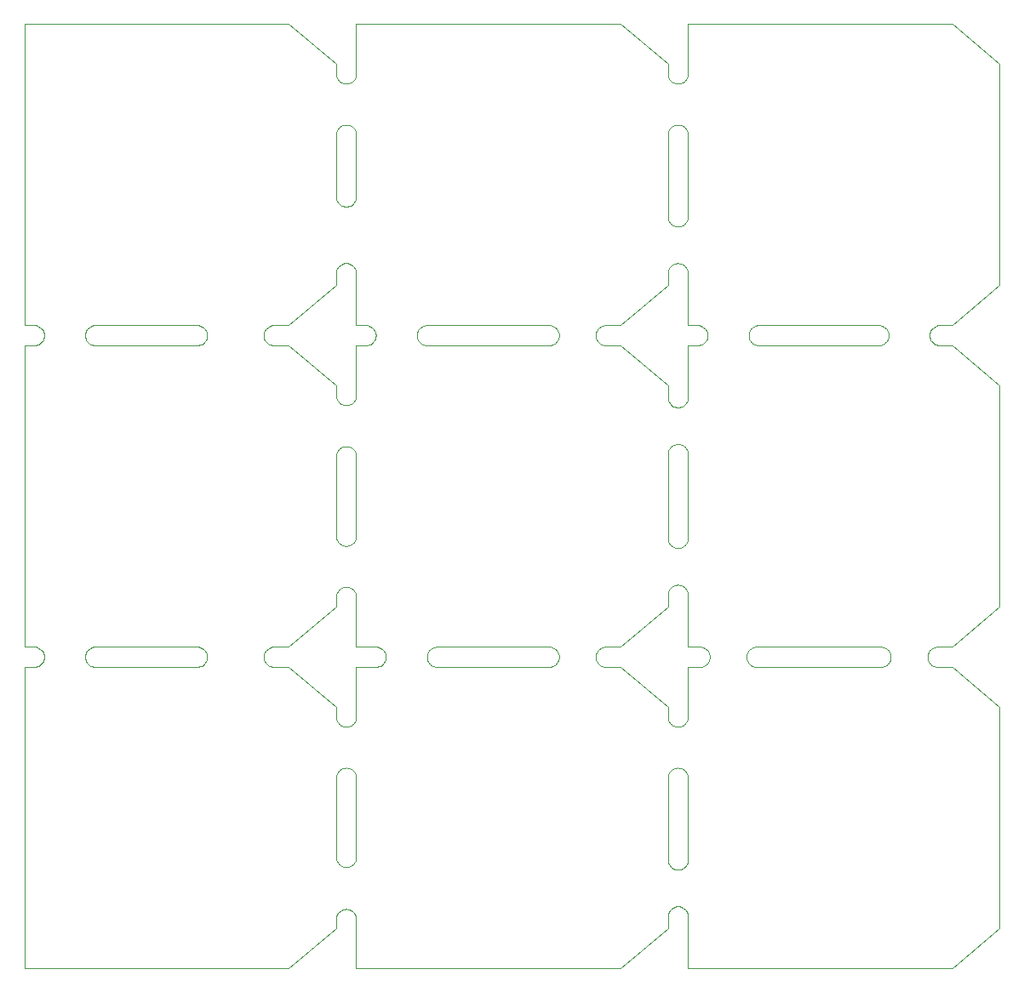
<source format=gko>
%MOIN*%
%OFA0B0*%
%FSLAX36Y36*%
%IPPOS*%
%LPD*%
%ADD10C,0*%
D10*
X001299212Y000746467D02*
X001299212Y000746467D01*
X001299212Y000436368D01*
X001299091Y000433279D01*
X001298727Y000430209D01*
X001298124Y000427177D01*
X001297285Y000424202D01*
X001296215Y000421302D01*
X001294921Y000418494D01*
X001293411Y000415797D01*
X001291693Y000413227D01*
X001289779Y000410799D01*
X001287681Y000408529D01*
X001285411Y000406431D01*
X001282983Y000404517D01*
X001280413Y000402799D01*
X001277716Y000401289D01*
X001274908Y000399995D01*
X001272008Y000398925D01*
X001269033Y000398086D01*
X001266001Y000397482D01*
X001262931Y000397119D01*
X001259842Y000396998D01*
X001256753Y000397119D01*
X001253683Y000397482D01*
X001250651Y000398086D01*
X001247676Y000398925D01*
X001244776Y000399995D01*
X001241968Y000401289D01*
X001239271Y000402799D01*
X001236701Y000404517D01*
X001234273Y000406431D01*
X001232003Y000408529D01*
X001229905Y000410799D01*
X001227991Y000413227D01*
X001226274Y000415797D01*
X001224763Y000418494D01*
X001223469Y000421302D01*
X001222399Y000424202D01*
X001221560Y000427177D01*
X001220957Y000430209D01*
X001220593Y000433279D01*
X001220472Y000436368D01*
X001220472Y000746467D01*
X001220593Y000749555D01*
X001220957Y000752625D01*
X001221560Y000755657D01*
X001222399Y000758633D01*
X001223469Y000761533D01*
X001224763Y000764340D01*
X001226274Y000767037D01*
X001227991Y000769608D01*
X001229905Y000772035D01*
X001232003Y000774305D01*
X001234273Y000776404D01*
X001236701Y000778318D01*
X001239271Y000780035D01*
X001241968Y000781546D01*
X001244776Y000782840D01*
X001247676Y000783910D01*
X001250651Y000784749D01*
X001253683Y000785352D01*
X001256753Y000785715D01*
X001259842Y000785837D01*
X001262931Y000785715D01*
X001266001Y000785352D01*
X001269033Y000784749D01*
X001272008Y000783910D01*
X001274908Y000782840D01*
X001277716Y000781546D01*
X001280413Y000780035D01*
X001282983Y000778318D01*
X001285411Y000776404D01*
X001287681Y000774305D01*
X001289779Y000772035D01*
X001291693Y000769608D01*
X001293411Y000767037D01*
X001294921Y000764340D01*
X001296215Y000761533D01*
X001297285Y000758633D01*
X001298124Y000755657D01*
X001298727Y000752625D01*
X001299091Y000749555D01*
X001299212Y000746467D01*
X001220472Y002285433D02*
X001220472Y002285433D01*
X001035433Y002440944D01*
X000976885Y002440944D01*
X000976885Y002440944D01*
X000970726Y002441429D01*
X000964719Y002442871D01*
X000959011Y002445235D01*
X000953744Y002448463D01*
X000949046Y002452476D01*
X000945034Y002457173D01*
X000941806Y002462441D01*
X000939442Y002468148D01*
X000938000Y002474156D01*
X000937515Y002480314D01*
X000938000Y002486473D01*
X000939442Y002492480D01*
X000941806Y002498188D01*
X000945034Y002503456D01*
X000949046Y002508153D01*
X000953744Y002512166D01*
X000959011Y002515393D01*
X000964719Y002517758D01*
X000970726Y002519200D01*
X000976885Y002519685D01*
X001035433Y002519685D01*
X001220472Y002677165D01*
X001220472Y002723901D01*
X001220957Y002730060D01*
X001222399Y002736067D01*
X001224763Y002741775D01*
X001227991Y002747043D01*
X001232003Y002751740D01*
X001236701Y002755753D01*
X001241968Y002758980D01*
X001247676Y002761345D01*
X001253683Y002762787D01*
X001259842Y002763272D01*
X001266001Y002762787D01*
X001272008Y002761345D01*
X001277716Y002758980D01*
X001282983Y002755753D01*
X001287681Y002751740D01*
X001291693Y002747043D01*
X001294921Y002741775D01*
X001297285Y002736067D01*
X001298727Y002730060D01*
X001299212Y002723901D01*
X001299212Y002723901D01*
X001299212Y002519685D01*
X001337018Y002519685D01*
X001343177Y002519200D01*
X001349184Y002517758D01*
X001354891Y002515393D01*
X001360159Y002512166D01*
X001364857Y002508153D01*
X001368869Y002503456D01*
X001372097Y002498188D01*
X001374461Y002492480D01*
X001375903Y002486473D01*
X001376388Y002480314D01*
X001375903Y002474156D01*
X001374461Y002468148D01*
X001372097Y002462441D01*
X001368869Y002457173D01*
X001364857Y002452476D01*
X001360159Y002448463D01*
X001354891Y002445235D01*
X001349184Y002442871D01*
X001343177Y002441429D01*
X001337018Y002440944D01*
X001337018Y002440944D01*
X001299212Y002440944D01*
X001299212Y002245658D01*
X001299091Y002242569D01*
X001298727Y002239500D01*
X001298124Y002236468D01*
X001297285Y002233492D01*
X001296215Y002230592D01*
X001294921Y002227785D01*
X001293411Y002225088D01*
X001291693Y002222517D01*
X001289779Y002220090D01*
X001287681Y002217820D01*
X001285411Y002215721D01*
X001282983Y002213807D01*
X001280413Y002212090D01*
X001277716Y002210579D01*
X001274908Y002209285D01*
X001272008Y002208215D01*
X001269033Y002207376D01*
X001266001Y002206773D01*
X001262931Y002206410D01*
X001259842Y002206288D01*
X001256753Y002206410D01*
X001253683Y002206773D01*
X001250651Y002207376D01*
X001247676Y002208215D01*
X001244776Y002209285D01*
X001241968Y002210579D01*
X001239271Y002212090D01*
X001236701Y002213807D01*
X001234273Y002215721D01*
X001232003Y002217820D01*
X001229905Y002220090D01*
X001227991Y002222517D01*
X001226274Y002225088D01*
X001224763Y002227785D01*
X001223469Y002230592D01*
X001222399Y002233492D01*
X001221560Y002236468D01*
X001220957Y002239500D01*
X001220593Y002242569D01*
X001220472Y002245658D01*
X001220472Y002285433D01*
X001220472Y001025590D02*
X001220472Y001025590D01*
X001035433Y001181102D01*
X000976885Y001181102D01*
X000976885Y001181102D01*
X000970726Y001181587D01*
X000964719Y001183029D01*
X000959011Y001185393D01*
X000953744Y001188621D01*
X000949046Y001192633D01*
X000945034Y001197331D01*
X000941806Y001202598D01*
X000939442Y001208306D01*
X000938000Y001214313D01*
X000937515Y001220472D01*
X000938000Y001226631D01*
X000939442Y001232638D01*
X000941806Y001238346D01*
X000945034Y001243613D01*
X000949046Y001248311D01*
X000953744Y001252323D01*
X000959011Y001255551D01*
X000964719Y001257915D01*
X000970726Y001259357D01*
X000976885Y001259842D01*
X001035433Y001259842D01*
X001220472Y001417322D01*
X001220472Y001455128D01*
X001220593Y001458217D01*
X001220957Y001461287D01*
X001221560Y001464319D01*
X001222399Y001467294D01*
X001223469Y001470194D01*
X001224763Y001473002D01*
X001226274Y001475699D01*
X001227991Y001478269D01*
X001229905Y001480697D01*
X001232003Y001482967D01*
X001234273Y001485065D01*
X001236701Y001486979D01*
X001239271Y001488696D01*
X001241968Y001490207D01*
X001244776Y001491501D01*
X001247676Y001492571D01*
X001250651Y001493410D01*
X001253683Y001494013D01*
X001256753Y001494377D01*
X001259842Y001494498D01*
X001262931Y001494377D01*
X001266001Y001494013D01*
X001269033Y001493410D01*
X001272008Y001492571D01*
X001274908Y001491501D01*
X001277716Y001490207D01*
X001280413Y001488696D01*
X001282983Y001486979D01*
X001285411Y001485065D01*
X001287681Y001482967D01*
X001289779Y001480697D01*
X001291693Y001478269D01*
X001293411Y001475699D01*
X001294921Y001473002D01*
X001296215Y001470194D01*
X001297285Y001467294D01*
X001298124Y001464319D01*
X001298727Y001461287D01*
X001299091Y001458217D01*
X001299212Y001455128D01*
X001299212Y001259842D01*
X001376388Y001259842D01*
X001382547Y001259357D01*
X001388554Y001257915D01*
X001394261Y001255551D01*
X001399529Y001252323D01*
X001404227Y001248311D01*
X001408239Y001243613D01*
X001411467Y001238346D01*
X001413831Y001232638D01*
X001415273Y001226631D01*
X001415758Y001220472D01*
X001415273Y001214313D01*
X001413831Y001208306D01*
X001411467Y001202598D01*
X001408239Y001197331D01*
X001404227Y001192633D01*
X001399529Y001188621D01*
X001394261Y001185393D01*
X001388554Y001183029D01*
X001382547Y001181587D01*
X001376388Y001181102D01*
X001376388Y001181102D01*
X001299212Y001181102D01*
X001299212Y000985816D01*
X001299091Y000982727D01*
X001298727Y000979657D01*
X001298124Y000976625D01*
X001297285Y000973650D01*
X001296215Y000970750D01*
X001294921Y000967942D01*
X001293411Y000965245D01*
X001291693Y000962675D01*
X001289779Y000960247D01*
X001287681Y000957977D01*
X001285411Y000955879D01*
X001282983Y000953965D01*
X001280413Y000952247D01*
X001277716Y000950737D01*
X001274908Y000949443D01*
X001272008Y000948373D01*
X001269033Y000947534D01*
X001266001Y000946931D01*
X001262931Y000946567D01*
X001259842Y000946446D01*
X001256753Y000946567D01*
X001253683Y000946931D01*
X001250651Y000947534D01*
X001247676Y000948373D01*
X001244776Y000949443D01*
X001241968Y000950737D01*
X001239271Y000952247D01*
X001236701Y000953965D01*
X001234273Y000955879D01*
X001232003Y000957977D01*
X001229905Y000960247D01*
X001227991Y000962675D01*
X001226274Y000965245D01*
X001224763Y000967942D01*
X001223469Y000970750D01*
X001222399Y000973650D01*
X001221560Y000976625D01*
X001220957Y000979657D01*
X001220593Y000982727D01*
X001220472Y000985816D01*
X001220472Y001025590D01*
X002867260Y001181102D02*
X002867260Y001181102D01*
X002864171Y001181223D01*
X002861102Y001181587D01*
X002858070Y001182190D01*
X002855094Y001183029D01*
X002852194Y001184099D01*
X002849387Y001185393D01*
X002846690Y001186903D01*
X002844119Y001188621D01*
X002841692Y001190535D01*
X002839422Y001192633D01*
X002837323Y001194903D01*
X002835409Y001197331D01*
X002833692Y001199901D01*
X002832181Y001202598D01*
X002830887Y001205406D01*
X002829817Y001208306D01*
X002828978Y001211281D01*
X002828375Y001214313D01*
X002828012Y001217383D01*
X002827890Y001220472D01*
X002828012Y001223561D01*
X002828375Y001226631D01*
X002828978Y001229663D01*
X002829817Y001232638D01*
X002830887Y001235538D01*
X002832181Y001238346D01*
X002833692Y001241043D01*
X002835409Y001243613D01*
X002837323Y001246041D01*
X002839422Y001248311D01*
X002841692Y001250409D01*
X002844119Y001252323D01*
X002846690Y001254040D01*
X002849387Y001255551D01*
X002852194Y001256845D01*
X002855094Y001257915D01*
X002858070Y001258754D01*
X002861102Y001259357D01*
X002864171Y001259721D01*
X002867260Y001259842D01*
X003353211Y001259842D01*
X003356300Y001259721D01*
X003359370Y001259357D01*
X003362402Y001258754D01*
X003365377Y001257915D01*
X003368277Y001256845D01*
X003371085Y001255551D01*
X003373782Y001254040D01*
X003376352Y001252323D01*
X003378780Y001250409D01*
X003381050Y001248311D01*
X003383148Y001246041D01*
X003385062Y001243613D01*
X003386780Y001241043D01*
X003388290Y001238346D01*
X003389584Y001235538D01*
X003390654Y001232638D01*
X003391493Y001229663D01*
X003392096Y001226631D01*
X003392460Y001223561D01*
X003392581Y001220472D01*
X003392460Y001217383D01*
X003392096Y001214313D01*
X003391493Y001211281D01*
X003390654Y001208306D01*
X003389584Y001205406D01*
X003388290Y001202598D01*
X003386780Y001199901D01*
X003385062Y001197331D01*
X003383148Y001194903D01*
X003381050Y001192633D01*
X003378780Y001190535D01*
X003376352Y001188621D01*
X003373782Y001186903D01*
X003371085Y001185393D01*
X003368277Y001184099D01*
X003365377Y001183029D01*
X003362402Y001182190D01*
X003359370Y001181587D01*
X003356300Y001181223D01*
X003353211Y001181102D01*
X002867260Y001181102D01*
X002519685Y001463447D02*
X002519685Y001463447D01*
X002519806Y001466536D01*
X002520169Y001469606D01*
X002520772Y001472638D01*
X002521611Y001475613D01*
X002522681Y001478514D01*
X002523976Y001481321D01*
X002525486Y001484018D01*
X002527204Y001486588D01*
X002529117Y001489016D01*
X002531216Y001491286D01*
X002533486Y001493384D01*
X002535913Y001495298D01*
X002538484Y001497016D01*
X002541181Y001498526D01*
X002543988Y001499820D01*
X002546889Y001500890D01*
X002549864Y001501730D01*
X002552896Y001502333D01*
X002555966Y001502696D01*
X002559055Y001502817D01*
X002562144Y001502696D01*
X002565213Y001502333D01*
X002568245Y001501730D01*
X002571221Y001500890D01*
X002574121Y001499820D01*
X002576928Y001498526D01*
X002579625Y001497016D01*
X002582196Y001495298D01*
X002584623Y001493384D01*
X002586893Y001491286D01*
X002588992Y001489016D01*
X002590906Y001486588D01*
X002592623Y001484018D01*
X002594134Y001481321D01*
X002595428Y001478514D01*
X002596498Y001475613D01*
X002597337Y001472638D01*
X002597940Y001469606D01*
X002598303Y001466536D01*
X002598425Y001463447D01*
X002598425Y001259842D01*
X002644550Y001259842D01*
X002647639Y001259721D01*
X002650708Y001259357D01*
X002653740Y001258754D01*
X002656716Y001257915D01*
X002659616Y001256845D01*
X002662423Y001255551D01*
X002665120Y001254040D01*
X002667691Y001252323D01*
X002670118Y001250409D01*
X002672388Y001248311D01*
X002674487Y001246041D01*
X002676401Y001243613D01*
X002678118Y001241043D01*
X002679629Y001238346D01*
X002680923Y001235538D01*
X002681993Y001232638D01*
X002682832Y001229663D01*
X002683435Y001226631D01*
X002683798Y001223561D01*
X002683920Y001220472D01*
X002683798Y001217383D01*
X002683435Y001214313D01*
X002682832Y001211281D01*
X002681993Y001208306D01*
X002680923Y001205406D01*
X002679629Y001202598D01*
X002678118Y001199901D01*
X002676401Y001197331D01*
X002674487Y001194903D01*
X002672388Y001192633D01*
X002670118Y001190535D01*
X002667691Y001188621D01*
X002665120Y001186903D01*
X002662423Y001185393D01*
X002659616Y001184099D01*
X002656716Y001183029D01*
X002653740Y001182190D01*
X002650708Y001181587D01*
X002647639Y001181223D01*
X002644550Y001181102D01*
X002598425Y001181102D01*
X002598425Y000985816D01*
X002598303Y000982727D01*
X002597940Y000979657D01*
X002597337Y000976625D01*
X002596498Y000973650D01*
X002595428Y000970750D01*
X002594134Y000967942D01*
X002592623Y000965245D01*
X002590906Y000962675D01*
X002588992Y000960247D01*
X002586893Y000957977D01*
X002584623Y000955879D01*
X002582196Y000953965D01*
X002579625Y000952247D01*
X002576928Y000950737D01*
X002574121Y000949443D01*
X002571221Y000948373D01*
X002568245Y000947534D01*
X002565213Y000946931D01*
X002562144Y000946567D01*
X002559055Y000946446D01*
X002555966Y000946567D01*
X002552896Y000946931D01*
X002549864Y000947534D01*
X002546889Y000948373D01*
X002543988Y000949443D01*
X002541181Y000950737D01*
X002538484Y000952247D01*
X002535913Y000953965D01*
X002533486Y000955879D01*
X002531216Y000957977D01*
X002529117Y000960247D01*
X002527204Y000962675D01*
X002525486Y000965245D01*
X002523976Y000967942D01*
X002522681Y000970750D01*
X002521611Y000973650D01*
X002520772Y000976625D01*
X002520169Y000979657D01*
X002519806Y000982727D01*
X002519685Y000985816D01*
X002519685Y001025590D01*
X002334645Y001181102D01*
X002276709Y001181102D01*
X002273620Y001181223D01*
X002270550Y001181587D01*
X002267518Y001182190D01*
X002264543Y001183029D01*
X002261643Y001184099D01*
X002258836Y001185393D01*
X002256138Y001186903D01*
X002253568Y001188621D01*
X002251140Y001190535D01*
X002248870Y001192633D01*
X002246772Y001194903D01*
X002244858Y001197331D01*
X002243141Y001199901D01*
X002241630Y001202598D01*
X002240336Y001205406D01*
X002239266Y001208306D01*
X002238427Y001211281D01*
X002237824Y001214313D01*
X002237461Y001217383D01*
X002237339Y001220472D01*
X002237461Y001223561D01*
X002237824Y001226631D01*
X002238427Y001229663D01*
X002239266Y001232638D01*
X002240336Y001235538D01*
X002241630Y001238346D01*
X002243141Y001241043D01*
X002244858Y001243613D01*
X002246772Y001246041D01*
X002248870Y001248311D01*
X002251140Y001250409D01*
X002253568Y001252323D01*
X002256138Y001254040D01*
X002258836Y001255551D01*
X002261643Y001256845D01*
X002264543Y001257915D01*
X002267518Y001258754D01*
X002270550Y001259357D01*
X002273620Y001259721D01*
X002276709Y001259842D01*
X002334645Y001259842D01*
X002519685Y001417322D01*
X002519685Y001463447D01*
X002519685Y002014628D02*
X002519685Y002014628D01*
X002519806Y002017717D01*
X002520169Y002020787D01*
X002520772Y002023819D01*
X002521611Y002026794D01*
X002522681Y002029695D01*
X002523976Y002032502D01*
X002525486Y002035199D01*
X002527204Y002037770D01*
X002529117Y002040197D01*
X002531216Y002042467D01*
X002533486Y002044566D01*
X002535913Y002046479D01*
X002538484Y002048197D01*
X002541181Y002049707D01*
X002543988Y002051002D01*
X002546889Y002052072D01*
X002549864Y002052911D01*
X002552896Y002053514D01*
X002555966Y002053877D01*
X002559055Y002053998D01*
X002562144Y002053877D01*
X002565213Y002053514D01*
X002568245Y002052911D01*
X002571221Y002052072D01*
X002574121Y002051002D01*
X002576928Y002049707D01*
X002579625Y002048197D01*
X002582196Y002046479D01*
X002584623Y002044566D01*
X002586893Y002042467D01*
X002588992Y002040197D01*
X002590906Y002037770D01*
X002592623Y002035199D01*
X002594134Y002032502D01*
X002595428Y002029695D01*
X002596498Y002026794D01*
X002597337Y002023819D01*
X002597940Y002020787D01*
X002598303Y002017717D01*
X002598425Y002014628D01*
X002598425Y001686158D01*
X002598303Y001683069D01*
X002597940Y001679999D01*
X002597337Y001676967D01*
X002596498Y001673992D01*
X002595428Y001671092D01*
X002594134Y001668284D01*
X002592623Y001665587D01*
X002590906Y001663017D01*
X002588992Y001660589D01*
X002586893Y001658319D01*
X002584623Y001656221D01*
X002582196Y001654307D01*
X002579625Y001652590D01*
X002576928Y001651079D01*
X002574121Y001649785D01*
X002571221Y001648715D01*
X002568245Y001647876D01*
X002565213Y001647273D01*
X002562144Y001646909D01*
X002559055Y001646788D01*
X002555966Y001646909D01*
X002552896Y001647273D01*
X002549864Y001647876D01*
X002546889Y001648715D01*
X002543988Y001649785D01*
X002541181Y001651079D01*
X002538484Y001652590D01*
X002535913Y001654307D01*
X002533486Y001656221D01*
X002531216Y001658319D01*
X002529117Y001660589D01*
X002527204Y001663017D01*
X002525486Y001665587D01*
X002523976Y001668284D01*
X002522681Y001671092D01*
X002521611Y001673992D01*
X002520772Y001676967D01*
X002520169Y001679999D01*
X002519806Y001683069D01*
X002519685Y001686158D01*
X002519685Y002014628D01*
X001576367Y002440944D02*
X001576367Y002440944D01*
X001573278Y002441066D01*
X001570208Y002441429D01*
X001567176Y002442032D01*
X001564201Y002442871D01*
X001561301Y002443941D01*
X001558493Y002445235D01*
X001555796Y002446746D01*
X001553226Y002448463D01*
X001550798Y002450377D01*
X001548528Y002452476D01*
X001546430Y002454746D01*
X001544516Y002457173D01*
X001542799Y002459744D01*
X001541288Y002462441D01*
X001539994Y002465248D01*
X001538924Y002468148D01*
X001538085Y002471124D01*
X001537482Y002474156D01*
X001537118Y002477226D01*
X001536997Y002480314D01*
X001537118Y002483403D01*
X001537482Y002486473D01*
X001538085Y002489505D01*
X001538924Y002492480D01*
X001539994Y002495381D01*
X001541288Y002498188D01*
X001542799Y002500885D01*
X001544516Y002503456D01*
X001546430Y002505883D01*
X001548528Y002508153D01*
X001550798Y002510252D01*
X001553226Y002512166D01*
X001555796Y002513883D01*
X001558493Y002515393D01*
X001561301Y002516688D01*
X001564201Y002517758D01*
X001567176Y002518597D01*
X001570208Y002519200D01*
X001573278Y002519563D01*
X001576367Y002519685D01*
X002053998Y002519685D01*
X002057087Y002519563D01*
X002060157Y002519200D01*
X002063189Y002518597D01*
X002066164Y002517758D01*
X002069065Y002516688D01*
X002071872Y002515393D01*
X002074569Y002513883D01*
X002077140Y002512166D01*
X002079567Y002510252D01*
X002081837Y002508153D01*
X002083936Y002505883D01*
X002085849Y002503456D01*
X002087567Y002500885D01*
X002089077Y002498188D01*
X002090372Y002495381D01*
X002091442Y002492480D01*
X002092281Y002489505D01*
X002092884Y002486473D01*
X002093247Y002483403D01*
X002093369Y002480314D01*
X002093247Y002477226D01*
X002092884Y002474156D01*
X002092281Y002471124D01*
X002091442Y002468148D01*
X002090372Y002465248D01*
X002089077Y002462441D01*
X002087567Y002459744D01*
X002085849Y002457173D01*
X002083936Y002454746D01*
X002081837Y002452476D01*
X002079567Y002450377D01*
X002077140Y002448463D01*
X002074569Y002446746D01*
X002071872Y002445235D01*
X002069065Y002443941D01*
X002066164Y002442871D01*
X002063189Y002442032D01*
X002060157Y002441429D01*
X002057087Y002441066D01*
X002053998Y002440944D01*
X001576367Y002440944D01*
X002519685Y003266152D02*
X002519685Y003266152D01*
X002519806Y003269241D01*
X002520169Y003272310D01*
X002520772Y003275342D01*
X002521611Y003278318D01*
X002522681Y003281218D01*
X002523976Y003284025D01*
X002525486Y003286722D01*
X002527204Y003289293D01*
X002529117Y003291720D01*
X002531216Y003293990D01*
X002533486Y003296089D01*
X002535913Y003298003D01*
X002538484Y003299720D01*
X002541181Y003301231D01*
X002543988Y003302525D01*
X002546889Y003303595D01*
X002549864Y003304434D01*
X002552896Y003305037D01*
X002555966Y003305400D01*
X002559055Y003305522D01*
X002562144Y003305400D01*
X002565213Y003305037D01*
X002568245Y003304434D01*
X002571221Y003303595D01*
X002574121Y003302525D01*
X002576928Y003301231D01*
X002579625Y003299720D01*
X002582196Y003298003D01*
X002584623Y003296089D01*
X002586893Y003293990D01*
X002588992Y003291720D01*
X002590906Y003289293D01*
X002592623Y003286722D01*
X002594134Y003284025D01*
X002595428Y003281218D01*
X002596498Y003278318D01*
X002597337Y003275342D01*
X002597940Y003272310D01*
X002598303Y003269241D01*
X002598425Y003266152D01*
X002598425Y002946001D01*
X002598303Y002942912D01*
X002597940Y002939842D01*
X002597337Y002936810D01*
X002596498Y002933835D01*
X002595428Y002930934D01*
X002594134Y002928127D01*
X002592623Y002925430D01*
X002590906Y002922859D01*
X002588992Y002920432D01*
X002586893Y002918162D01*
X002584623Y002916063D01*
X002582196Y002914150D01*
X002579625Y002912432D01*
X002576928Y002910922D01*
X002574121Y002909627D01*
X002571221Y002908557D01*
X002568245Y002907718D01*
X002565213Y002907115D01*
X002562144Y002906752D01*
X002559055Y002906630D01*
X002555966Y002906752D01*
X002552896Y002907115D01*
X002549864Y002907718D01*
X002546889Y002908557D01*
X002543988Y002909627D01*
X002541181Y002910922D01*
X002538484Y002912432D01*
X002535913Y002914150D01*
X002533486Y002916063D01*
X002531216Y002918162D01*
X002529117Y002920432D01*
X002527204Y002922859D01*
X002525486Y002925430D01*
X002523976Y002928127D01*
X002522681Y002930934D01*
X002521611Y002933835D01*
X002520772Y002936810D01*
X002520169Y002939842D01*
X002519806Y002942912D01*
X002519685Y002946001D01*
X002519685Y003266152D01*
X002636230Y002519685D02*
X002636230Y002519685D01*
X002642389Y002519200D01*
X002648396Y002517758D01*
X002654104Y002515393D01*
X002659371Y002512166D01*
X002664069Y002508153D01*
X002668081Y002503456D01*
X002671309Y002498188D01*
X002673674Y002492480D01*
X002675116Y002486473D01*
X002675600Y002480314D01*
X002675116Y002474156D01*
X002673674Y002468148D01*
X002671309Y002462441D01*
X002668081Y002457173D01*
X002664069Y002452476D01*
X002659371Y002448463D01*
X002654104Y002445235D01*
X002648396Y002442871D01*
X002642389Y002441429D01*
X002636230Y002440944D01*
X002636230Y002440944D01*
X002598425Y002440944D01*
X002598425Y002237339D01*
X002598425Y002237339D01*
X002597940Y002231180D01*
X002596498Y002225173D01*
X002594134Y002219466D01*
X002590906Y002214198D01*
X002586893Y002209500D01*
X002582196Y002205488D01*
X002576928Y002202260D01*
X002571221Y002199896D01*
X002565213Y002198454D01*
X002559055Y002197969D01*
X002552896Y002198454D01*
X002546889Y002199896D01*
X002541181Y002202260D01*
X002535913Y002205488D01*
X002531216Y002209500D01*
X002527204Y002214198D01*
X002523976Y002219466D01*
X002521611Y002225173D01*
X002520169Y002231180D01*
X002519685Y002237339D01*
X002519685Y002285433D01*
X002334645Y002440944D01*
X002276709Y002440944D01*
X002273620Y002441066D01*
X002270550Y002441429D01*
X002267518Y002442032D01*
X002264543Y002442871D01*
X002261643Y002443941D01*
X002258836Y002445235D01*
X002256138Y002446746D01*
X002253568Y002448463D01*
X002251140Y002450377D01*
X002248870Y002452476D01*
X002246772Y002454746D01*
X002244858Y002457173D01*
X002243141Y002459744D01*
X002241630Y002462441D01*
X002240336Y002465248D01*
X002239266Y002468148D01*
X002238427Y002471124D01*
X002237824Y002474156D01*
X002237461Y002477226D01*
X002237339Y002480314D01*
X002237461Y002483403D01*
X002237824Y002486473D01*
X002238427Y002489505D01*
X002239266Y002492480D01*
X002240336Y002495381D01*
X002241630Y002498188D01*
X002243141Y002500885D01*
X002244858Y002503456D01*
X002246772Y002505883D01*
X002248870Y002508153D01*
X002251140Y002510252D01*
X002253568Y002512166D01*
X002256138Y002513883D01*
X002258836Y002515393D01*
X002261643Y002516688D01*
X002264543Y002517758D01*
X002267518Y002518597D01*
X002270550Y002519200D01*
X002273620Y002519563D01*
X002276709Y002519685D01*
X002334645Y002519685D01*
X002519685Y002677165D01*
X002519685Y002723290D01*
X002519806Y002726379D01*
X002520169Y002729449D01*
X002520772Y002732481D01*
X002521611Y002735456D01*
X002522681Y002738356D01*
X002523976Y002741163D01*
X002525486Y002743861D01*
X002527204Y002746431D01*
X002529117Y002748859D01*
X002531216Y002751129D01*
X002533486Y002753227D01*
X002535913Y002755141D01*
X002538484Y002756858D01*
X002541181Y002758369D01*
X002543988Y002759663D01*
X002546889Y002760733D01*
X002549864Y002761572D01*
X002552896Y002762175D01*
X002555966Y002762538D01*
X002559055Y002762660D01*
X002562144Y002762538D01*
X002565213Y002762175D01*
X002568245Y002761572D01*
X002571221Y002760733D01*
X002574121Y002759663D01*
X002576928Y002758369D01*
X002579625Y002756858D01*
X002582196Y002755141D01*
X002584623Y002753227D01*
X002586893Y002751129D01*
X002588992Y002748859D01*
X002590906Y002746431D01*
X002592623Y002743861D01*
X002594134Y002741163D01*
X002595428Y002738356D01*
X002596498Y002735456D01*
X002597337Y002732481D01*
X002597940Y002729449D01*
X002598303Y002726379D01*
X002598425Y002723290D01*
X002598425Y002519685D01*
X002636230Y002519685D01*
X001299212Y003024129D02*
X001299212Y003024129D01*
X001299212Y003024129D01*
X001298727Y003017970D01*
X001297285Y003011963D01*
X001294921Y003006255D01*
X001291693Y003000988D01*
X001287681Y002996290D01*
X001282983Y002992278D01*
X001277716Y002989050D01*
X001272008Y002986686D01*
X001266001Y002985244D01*
X001259842Y002984759D01*
X001253683Y002985244D01*
X001247676Y002986686D01*
X001241968Y002989050D01*
X001236701Y002992278D01*
X001232003Y002996290D01*
X001227991Y003000988D01*
X001224763Y003006255D01*
X001222399Y003011963D01*
X001220957Y003017970D01*
X001220472Y003024129D01*
X001220472Y003266152D01*
X001220593Y003269241D01*
X001220957Y003272310D01*
X001221560Y003275342D01*
X001222399Y003278318D01*
X001223469Y003281218D01*
X001224763Y003284025D01*
X001226274Y003286722D01*
X001227991Y003289293D01*
X001229905Y003291720D01*
X001232003Y003293990D01*
X001234273Y003296089D01*
X001236701Y003298003D01*
X001239271Y003299720D01*
X001241968Y003301231D01*
X001244776Y003302525D01*
X001247676Y003303595D01*
X001250651Y003304434D01*
X001253683Y003305037D01*
X001256753Y003305400D01*
X001259842Y003305522D01*
X001262931Y003305400D01*
X001266001Y003305037D01*
X001269033Y003304434D01*
X001272008Y003303595D01*
X001274908Y003302525D01*
X001277716Y003301231D01*
X001280413Y003299720D01*
X001282983Y003298003D01*
X001285411Y003296089D01*
X001287681Y003293990D01*
X001289779Y003291720D01*
X001291693Y003289293D01*
X001293411Y003286722D01*
X001294921Y003284025D01*
X001296215Y003281218D01*
X001297285Y003278318D01*
X001298124Y003275342D01*
X001298727Y003272310D01*
X001299091Y003269241D01*
X001299212Y003266152D01*
X001299212Y003024129D01*
X002519685Y000746467D02*
X002519685Y000746467D01*
X002519806Y000749555D01*
X002520169Y000752625D01*
X002520772Y000755657D01*
X002521611Y000758633D01*
X002522681Y000761533D01*
X002523976Y000764340D01*
X002525486Y000767037D01*
X002527204Y000769608D01*
X002529117Y000772035D01*
X002531216Y000774305D01*
X002533486Y000776404D01*
X002535913Y000778318D01*
X002538484Y000780035D01*
X002541181Y000781546D01*
X002543988Y000782840D01*
X002546889Y000783910D01*
X002549864Y000784749D01*
X002552896Y000785352D01*
X002555966Y000785715D01*
X002559055Y000785837D01*
X002562144Y000785715D01*
X002565213Y000785352D01*
X002568245Y000784749D01*
X002571221Y000783910D01*
X002574121Y000782840D01*
X002576928Y000781546D01*
X002579625Y000780035D01*
X002582196Y000778318D01*
X002584623Y000776404D01*
X002586893Y000774305D01*
X002588992Y000772035D01*
X002590906Y000769608D01*
X002592623Y000767037D01*
X002594134Y000764340D01*
X002595428Y000761533D01*
X002596498Y000758633D01*
X002597337Y000755657D01*
X002597940Y000752625D01*
X002598303Y000749555D01*
X002598425Y000746467D01*
X002598425Y000426316D01*
X002598425Y000426316D01*
X002597940Y000420157D01*
X002596498Y000414150D01*
X002594134Y000408442D01*
X002590906Y000403174D01*
X002586893Y000398477D01*
X002582196Y000394464D01*
X002576928Y000391237D01*
X002571221Y000388872D01*
X002565213Y000387430D01*
X002559055Y000386945D01*
X002552896Y000387430D01*
X002546889Y000388872D01*
X002541181Y000391237D01*
X002535913Y000394464D01*
X002531216Y000398477D01*
X002527204Y000403174D01*
X002523976Y000408442D01*
X002521611Y000414150D01*
X002520169Y000420157D01*
X002519685Y000426316D01*
X002519685Y000746467D01*
X003344892Y002519685D02*
X003344892Y002519685D01*
X003347981Y002519563D01*
X003351051Y002519200D01*
X003354083Y002518597D01*
X003357058Y002517758D01*
X003359958Y002516688D01*
X003362765Y002515393D01*
X003365463Y002513883D01*
X003368033Y002512166D01*
X003370461Y002510252D01*
X003372731Y002508153D01*
X003374829Y002505883D01*
X003376743Y002503456D01*
X003378460Y002500885D01*
X003379971Y002498188D01*
X003381265Y002495381D01*
X003382335Y002492480D01*
X003383174Y002489505D01*
X003383777Y002486473D01*
X003384140Y002483403D01*
X003384262Y002480314D01*
X003384140Y002477226D01*
X003383777Y002474156D01*
X003383174Y002471124D01*
X003382335Y002468148D01*
X003381265Y002465248D01*
X003379971Y002462441D01*
X003378460Y002459744D01*
X003376743Y002457173D01*
X003374829Y002454746D01*
X003372731Y002452476D01*
X003370461Y002450377D01*
X003368033Y002448463D01*
X003365463Y002446746D01*
X003362765Y002445235D01*
X003359958Y002443941D01*
X003357058Y002442871D01*
X003354083Y002442032D01*
X003351051Y002441429D01*
X003347981Y002441066D01*
X003344892Y002440944D01*
X002875580Y002440944D01*
X002872491Y002441066D01*
X002869421Y002441429D01*
X002866389Y002442032D01*
X002863414Y002442871D01*
X002860513Y002443941D01*
X002857706Y002445235D01*
X002855009Y002446746D01*
X002852439Y002448463D01*
X002850011Y002450377D01*
X002847741Y002452476D01*
X002845642Y002454746D01*
X002843729Y002457173D01*
X002842011Y002459744D01*
X002840501Y002462441D01*
X002839206Y002465248D01*
X002838137Y002468148D01*
X002837297Y002471124D01*
X002836694Y002474156D01*
X002836331Y002477226D01*
X002836210Y002480314D01*
X002836331Y002483403D01*
X002836694Y002486473D01*
X002837297Y002489505D01*
X002838137Y002492480D01*
X002839206Y002495381D01*
X002840501Y002498188D01*
X002842011Y002500885D01*
X002843729Y002503456D01*
X002845642Y002505883D01*
X002847741Y002508153D01*
X002850011Y002510252D01*
X002852439Y002512166D01*
X002855009Y002513883D01*
X002857706Y002515393D01*
X002860513Y002516688D01*
X002863414Y002517758D01*
X002866389Y002518597D01*
X002869421Y002519200D01*
X002872491Y002519563D01*
X002875580Y002519685D01*
X003344892Y002519685D01*
X001615737Y001181102D02*
X001615737Y001181102D01*
X001612648Y001181223D01*
X001609578Y001181587D01*
X001606546Y001182190D01*
X001603571Y001183029D01*
X001600671Y001184099D01*
X001597864Y001185393D01*
X001595166Y001186903D01*
X001592596Y001188621D01*
X001590168Y001190535D01*
X001587898Y001192633D01*
X001585800Y001194903D01*
X001583886Y001197331D01*
X001582169Y001199901D01*
X001580658Y001202598D01*
X001579364Y001205406D01*
X001578294Y001208306D01*
X001577455Y001211281D01*
X001576852Y001214313D01*
X001576488Y001217383D01*
X001576367Y001220472D01*
X001576488Y001223561D01*
X001576852Y001226631D01*
X001577455Y001229663D01*
X001578294Y001232638D01*
X001579364Y001235538D01*
X001580658Y001238346D01*
X001582169Y001241043D01*
X001583886Y001243613D01*
X001585800Y001246041D01*
X001587898Y001248311D01*
X001590168Y001250409D01*
X001592596Y001252323D01*
X001595166Y001254040D01*
X001597864Y001255551D01*
X001600671Y001256845D01*
X001603571Y001257915D01*
X001606546Y001258754D01*
X001609578Y001259357D01*
X001612648Y001259721D01*
X001615737Y001259842D01*
X002053998Y001259842D01*
X002057087Y001259721D01*
X002060157Y001259357D01*
X002063189Y001258754D01*
X002066164Y001257915D01*
X002069065Y001256845D01*
X002071872Y001255551D01*
X002074569Y001254040D01*
X002077140Y001252323D01*
X002079567Y001250409D01*
X002081837Y001248311D01*
X002083936Y001246041D01*
X002085849Y001243613D01*
X002087567Y001241043D01*
X002089077Y001238346D01*
X002090372Y001235538D01*
X002091442Y001232638D01*
X002092281Y001229663D01*
X002092884Y001226631D01*
X002093247Y001223561D01*
X002093369Y001220472D01*
X002093247Y001217383D01*
X002092884Y001214313D01*
X002092281Y001211281D01*
X002091442Y001208306D01*
X002090372Y001205406D01*
X002089077Y001202598D01*
X002087567Y001199901D01*
X002085849Y001197331D01*
X002083936Y001194903D01*
X002081837Y001192633D01*
X002079567Y001190535D01*
X002077140Y001188621D01*
X002074569Y001186903D01*
X002071872Y001185393D01*
X002069065Y001184099D01*
X002066164Y001183029D01*
X002063189Y001182190D01*
X002060157Y001181587D01*
X002057087Y001181223D01*
X002053998Y001181102D01*
X001615737Y001181102D01*
X001220472Y002006309D02*
X001220472Y002006309D01*
X001220593Y002009398D01*
X001220957Y002012468D01*
X001221560Y002015500D01*
X001222399Y002018475D01*
X001223469Y002021375D01*
X001224763Y002024183D01*
X001226274Y002026880D01*
X001227991Y002029450D01*
X001229905Y002031878D01*
X001232003Y002034148D01*
X001234273Y002036246D01*
X001236701Y002038160D01*
X001239271Y002039878D01*
X001241968Y002041388D01*
X001244776Y002042682D01*
X001247676Y002043752D01*
X001250651Y002044591D01*
X001253683Y002045194D01*
X001256753Y002045558D01*
X001259842Y002045679D01*
X001262931Y002045558D01*
X001266001Y002045194D01*
X001269033Y002044591D01*
X001272008Y002043752D01*
X001274908Y002042682D01*
X001277716Y002041388D01*
X001280413Y002039878D01*
X001282983Y002038160D01*
X001285411Y002036246D01*
X001287681Y002034148D01*
X001289779Y002031878D01*
X001291693Y002029450D01*
X001293411Y002026880D01*
X001294921Y002024183D01*
X001296215Y002021375D01*
X001297285Y002018475D01*
X001298124Y002015500D01*
X001298727Y002012468D01*
X001299091Y002009398D01*
X001299212Y002006309D01*
X001299212Y001694477D01*
X001299091Y001691388D01*
X001298727Y001688318D01*
X001298124Y001685287D01*
X001297285Y001682311D01*
X001296215Y001679411D01*
X001294921Y001676604D01*
X001293411Y001673907D01*
X001291693Y001671336D01*
X001289779Y001668909D01*
X001287681Y001666638D01*
X001285411Y001664540D01*
X001282983Y001662626D01*
X001280413Y001660909D01*
X001277716Y001659398D01*
X001274908Y001658104D01*
X001272008Y001657034D01*
X001269033Y001656195D01*
X001266001Y001655592D01*
X001262931Y001655229D01*
X001259842Y001655107D01*
X001256753Y001655229D01*
X001253683Y001655592D01*
X001250651Y001656195D01*
X001247676Y001657034D01*
X001244776Y001658104D01*
X001241968Y001659398D01*
X001239271Y001660909D01*
X001236701Y001662626D01*
X001234273Y001664540D01*
X001232003Y001666638D01*
X001229905Y001668909D01*
X001227991Y001671336D01*
X001226274Y001673907D01*
X001224763Y001676604D01*
X001223469Y001679411D01*
X001222399Y001682311D01*
X001221560Y001685287D01*
X001220957Y001688318D01*
X001220593Y001691388D01*
X001220472Y001694477D01*
X001220472Y002006309D01*
X000676657Y002519685D02*
X000676657Y002519685D01*
X000682816Y002519200D01*
X000688823Y002517758D01*
X000694531Y002515393D01*
X000699799Y002512166D01*
X000704496Y002508153D01*
X000708508Y002503456D01*
X000711736Y002498188D01*
X000714101Y002492480D01*
X000715543Y002486473D01*
X000716027Y002480314D01*
X000715543Y002474156D01*
X000714101Y002468148D01*
X000711736Y002462441D01*
X000708508Y002457173D01*
X000704496Y002452476D01*
X000699799Y002448463D01*
X000694531Y002445235D01*
X000688823Y002442871D01*
X000682816Y002441429D01*
X000676657Y002440944D01*
X000676657Y002440944D01*
X000277154Y002440944D01*
X000277154Y002440944D01*
X000270996Y002441429D01*
X000264988Y002442871D01*
X000259281Y002445235D01*
X000254013Y002448463D01*
X000249316Y002452476D01*
X000245303Y002457173D01*
X000242075Y002462441D01*
X000239711Y002468148D01*
X000238269Y002474156D01*
X000237784Y002480314D01*
X000238269Y002486473D01*
X000239711Y002492480D01*
X000242075Y002498188D01*
X000245303Y002503456D01*
X000249316Y002508153D01*
X000254013Y002512166D01*
X000259281Y002515393D01*
X000264988Y002517758D01*
X000270996Y002519200D01*
X000277154Y002519685D01*
X000676657Y002519685D01*
X000037805Y001259842D02*
X000037805Y001259842D01*
X000043964Y001259357D01*
X000049971Y001257915D01*
X000055679Y001255551D01*
X000060946Y001252323D01*
X000065644Y001248311D01*
X000069656Y001243613D01*
X000072884Y001238346D01*
X000075248Y001232638D01*
X000076691Y001226631D01*
X000077175Y001220472D01*
X000076691Y001214313D01*
X000075248Y001208306D01*
X000072884Y001202598D01*
X000069656Y001197331D01*
X000065644Y001192633D01*
X000060946Y001188621D01*
X000055679Y001185393D01*
X000049971Y001183029D01*
X000043964Y001181587D01*
X000037805Y001181102D01*
X000037805Y001181102D01*
X000000000Y001181102D01*
X000000000Y000000000D01*
X001035433Y000000000D01*
X001220472Y000157480D01*
X001220472Y000193552D01*
X001220472Y000193552D01*
X001220957Y000199711D01*
X001222399Y000205718D01*
X001224763Y000211426D01*
X001227991Y000216694D01*
X001232003Y000221391D01*
X001236701Y000225403D01*
X001241968Y000228631D01*
X001247676Y000230996D01*
X001253683Y000232438D01*
X001259842Y000232922D01*
X001266001Y000232438D01*
X001272008Y000230996D01*
X001277716Y000228631D01*
X001282983Y000225403D01*
X001287681Y000221391D01*
X001291693Y000216694D01*
X001294921Y000211426D01*
X001297285Y000205718D01*
X001298727Y000199711D01*
X001299212Y000193552D01*
X001299212Y000000000D01*
X002334645Y000000000D01*
X002519685Y000157480D01*
X002519685Y000203605D01*
X002520169Y000209764D01*
X002521611Y000215771D01*
X002523976Y000221478D01*
X002527204Y000226746D01*
X002531216Y000231444D01*
X002535913Y000235456D01*
X002541181Y000238684D01*
X002546889Y000241048D01*
X002552896Y000242490D01*
X002559055Y000242975D01*
X002565213Y000242490D01*
X002571221Y000241048D01*
X002576928Y000238684D01*
X002582196Y000235456D01*
X002586893Y000231444D01*
X002590906Y000226746D01*
X002594134Y000221478D01*
X002596498Y000215771D01*
X002597940Y000209764D01*
X002598425Y000203605D01*
X002598425Y000203605D01*
X002598425Y000000000D01*
X003633858Y000000000D01*
X003818897Y000157480D01*
X003818897Y001025590D01*
X003633858Y001181102D01*
X003575922Y001181102D01*
X003572833Y001181223D01*
X003569763Y001181587D01*
X003566731Y001182190D01*
X003563756Y001183029D01*
X003560856Y001184099D01*
X003558048Y001185393D01*
X003555351Y001186903D01*
X003552781Y001188621D01*
X003550353Y001190535D01*
X003548083Y001192633D01*
X003545985Y001194903D01*
X003544071Y001197331D01*
X003542353Y001199901D01*
X003540843Y001202598D01*
X003539549Y001205406D01*
X003538479Y001208306D01*
X003537640Y001211281D01*
X003537036Y001214313D01*
X003536673Y001217383D01*
X003536552Y001220472D01*
X003536673Y001223561D01*
X003537036Y001226631D01*
X003537640Y001229663D01*
X003538479Y001232638D01*
X003539549Y001235538D01*
X003540843Y001238346D01*
X003542353Y001241043D01*
X003544071Y001243613D01*
X003545985Y001246041D01*
X003548083Y001248311D01*
X003550353Y001250409D01*
X003552781Y001252323D01*
X003555351Y001254040D01*
X003558048Y001255551D01*
X003560856Y001256845D01*
X003563756Y001257915D01*
X003566731Y001258754D01*
X003569763Y001259357D01*
X003572833Y001259721D01*
X003575922Y001259842D01*
X003633858Y001259842D01*
X003818897Y001417322D01*
X003818897Y002285433D01*
X003633858Y002440944D01*
X003584241Y002440944D01*
X003578082Y002441429D01*
X003572075Y002442871D01*
X003566367Y002445235D01*
X003561100Y002448463D01*
X003556402Y002452476D01*
X003552390Y002457173D01*
X003549162Y002462441D01*
X003546798Y002468148D01*
X003545356Y002474156D01*
X003544871Y002480314D01*
X003545356Y002486473D01*
X003546798Y002492480D01*
X003549162Y002498188D01*
X003552390Y002503456D01*
X003556402Y002508153D01*
X003561100Y002512166D01*
X003566367Y002515393D01*
X003572075Y002517758D01*
X003578082Y002519200D01*
X003584241Y002519685D01*
X003584241Y002519685D01*
X003633858Y002519685D01*
X003818897Y002677165D01*
X003818897Y003545275D01*
X003633858Y003700787D01*
X002598425Y003700787D01*
X002598425Y003505501D01*
X002598303Y003502412D01*
X002597940Y003499342D01*
X002597337Y003496310D01*
X002596498Y003493335D01*
X002595428Y003490435D01*
X002594134Y003487627D01*
X002592623Y003484930D01*
X002590906Y003482360D01*
X002588992Y003479932D01*
X002586893Y003477662D01*
X002584623Y003475564D01*
X002582196Y003473650D01*
X002579625Y003471932D01*
X002576928Y003470422D01*
X002574121Y003469128D01*
X002571221Y003468058D01*
X002568245Y003467219D01*
X002565213Y003466616D01*
X002562144Y003466252D01*
X002559055Y003466131D01*
X002555966Y003466252D01*
X002552896Y003466616D01*
X002549864Y003467219D01*
X002546889Y003468058D01*
X002543988Y003469128D01*
X002541181Y003470422D01*
X002538484Y003471932D01*
X002535913Y003473650D01*
X002533486Y003475564D01*
X002531216Y003477662D01*
X002529117Y003479932D01*
X002527204Y003482360D01*
X002525486Y003484930D01*
X002523976Y003487627D01*
X002522681Y003490435D01*
X002521611Y003493335D01*
X002520772Y003496310D01*
X002520169Y003499342D01*
X002519806Y003502412D01*
X002519685Y003505501D01*
X002519685Y003545275D01*
X002334645Y003700787D01*
X001299212Y003700787D01*
X001299212Y003505501D01*
X001299091Y003502412D01*
X001298727Y003499342D01*
X001298124Y003496310D01*
X001297285Y003493335D01*
X001296215Y003490435D01*
X001294921Y003487627D01*
X001293411Y003484930D01*
X001291693Y003482360D01*
X001289779Y003479932D01*
X001287681Y003477662D01*
X001285411Y003475564D01*
X001282983Y003473650D01*
X001280413Y003471932D01*
X001277716Y003470422D01*
X001274908Y003469128D01*
X001272008Y003468058D01*
X001269033Y003467219D01*
X001266001Y003466616D01*
X001262931Y003466252D01*
X001259842Y003466131D01*
X001256753Y003466252D01*
X001253683Y003466616D01*
X001250651Y003467219D01*
X001247676Y003468058D01*
X001244776Y003469128D01*
X001241968Y003470422D01*
X001239271Y003471932D01*
X001236701Y003473650D01*
X001234273Y003475564D01*
X001232003Y003477662D01*
X001229905Y003479932D01*
X001227991Y003482360D01*
X001226274Y003484930D01*
X001224763Y003487627D01*
X001223469Y003490435D01*
X001222399Y003493335D01*
X001221560Y003496310D01*
X001220957Y003499342D01*
X001220593Y003502412D01*
X001220472Y003505501D01*
X001220472Y003545275D01*
X001035433Y003700787D01*
X000000000Y003700787D01*
X000000000Y002519685D01*
X000037805Y002519685D01*
X000043964Y002519200D01*
X000049971Y002517758D01*
X000055679Y002515393D01*
X000060946Y002512166D01*
X000065644Y002508153D01*
X000069656Y002503456D01*
X000072884Y002498188D01*
X000075248Y002492480D01*
X000076691Y002486473D01*
X000077175Y002480314D01*
X000076691Y002474156D01*
X000075248Y002468148D01*
X000072884Y002462441D01*
X000069656Y002457173D01*
X000065644Y002452476D01*
X000060946Y002448463D01*
X000055679Y002445235D01*
X000049971Y002442871D01*
X000043964Y002441429D01*
X000037805Y002440944D01*
X000037805Y002440944D01*
X000000000Y002440944D01*
X000000000Y001259842D01*
X000037805Y001259842D01*
X000676657Y001259842D02*
X000676657Y001259842D01*
X000682816Y001259357D01*
X000688823Y001257915D01*
X000694531Y001255551D01*
X000699799Y001252323D01*
X000704496Y001248311D01*
X000708508Y001243613D01*
X000711736Y001238346D01*
X000714101Y001232638D01*
X000715543Y001226631D01*
X000716027Y001220472D01*
X000715543Y001214313D01*
X000714101Y001208306D01*
X000711736Y001202598D01*
X000708508Y001197331D01*
X000704496Y001192633D01*
X000699799Y001188621D01*
X000694531Y001185393D01*
X000688823Y001183029D01*
X000682816Y001181587D01*
X000676657Y001181102D01*
X000676657Y001181102D01*
X000277154Y001181102D01*
X000277154Y001181102D01*
X000270996Y001181587D01*
X000264988Y001183029D01*
X000259281Y001185393D01*
X000254013Y001188621D01*
X000249316Y001192633D01*
X000245303Y001197331D01*
X000242075Y001202598D01*
X000239711Y001208306D01*
X000238269Y001214313D01*
X000237784Y001220472D01*
X000238269Y001226631D01*
X000239711Y001232638D01*
X000242075Y001238346D01*
X000245303Y001243613D01*
X000249316Y001248311D01*
X000254013Y001252323D01*
X000259281Y001255551D01*
X000264988Y001257915D01*
X000270996Y001259357D01*
X000277154Y001259842D01*
X000676657Y001259842D01*
M02*
</source>
